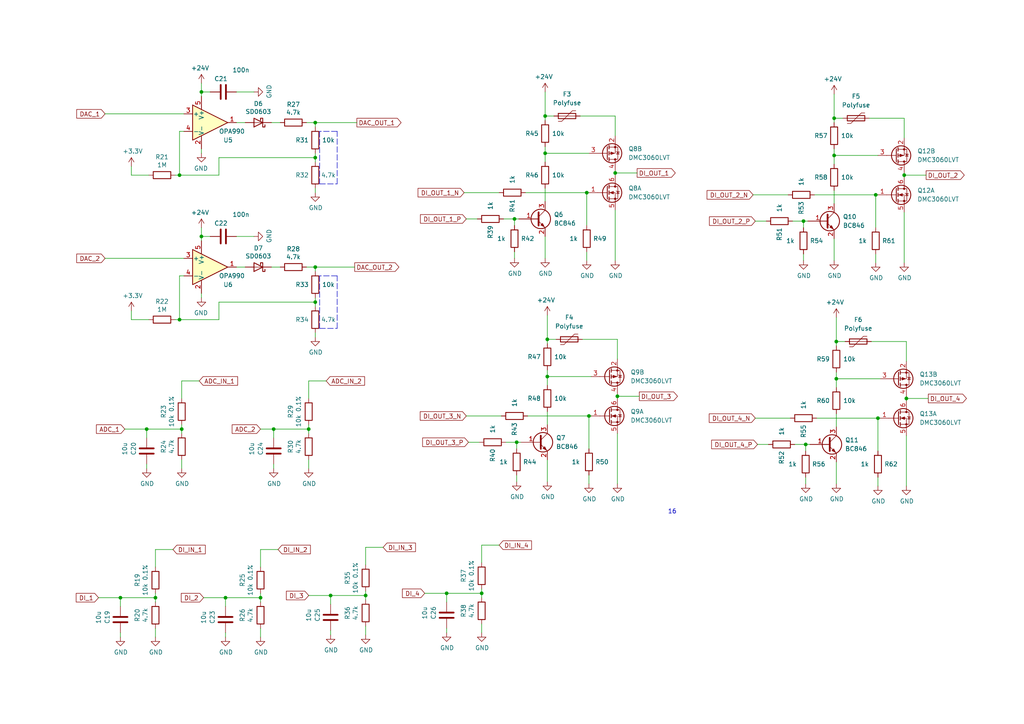
<source format=kicad_sch>
(kicad_sch (version 20211123) (generator eeschema)
  (paper "A4")
  (lib_symbols
    (symbol "Amplifier_Operational:OPA330xxDBV" (pin_names (offset 0.127))
      (property "Reference" "U" (at -1.27 6.35 0))
      (property "Value" "OPA330xxDBV" (at -1.27 3.81 0))
      (symbol "OPA330xxDBV_0_1"
        (pin power_in line (at -2.54 -7.62 90) (length 3.81) (name "V-") (number "2"))
        (pin power_in line (at -2.54 7.62 270) (length 3.81) (name "V+") (number "5"))
      )
      (symbol "OPA330xxDBV_1_1"
        (pin output line (at 7.62 0 180) (length 2.54) (name "~") (number "1"))
        (pin input line (at -7.62 2.54 0) (length 2.54) (name "+") (number "3"))
        (pin input line (at -7.62 -2.54 0) (length 2.54) (name "-") (number "4"))
      )
    )
    (symbol "Device:C" (pin_numbers hide) (pin_names (offset 0.254))
      (property "Reference" "C" (at 0.635 2.54 0))
      (property "Value" "C" (at 0.635 -2.54 0))
      (symbol "C_1_1"
        (pin passive line (at 0 3.81 270) (length 2.794) (name "~") (number "1"))
        (pin passive line (at 0 -3.81 90) (length 2.794) (name "~") (number "2"))
      )
    )
    (symbol "Device:D_Schottky" (pin_numbers hide) (pin_names (offset 1.016) hide)
      (property "Reference" "D" (at 0 2.54 0))
      (property "Value" "D_Schottky" (at 0 -2.54 0))
      (symbol "D_Schottky_1_1"
        (pin passive line (at -3.81 0 0) (length 2.54) (name "K") (number "1"))
        (pin passive line (at 3.81 0 180) (length 2.54) (name "A") (number "2"))
      )
    )
    (symbol "Device:Polyfuse" (pin_numbers hide) (pin_names (offset 0))
      (property "Reference" "F" (at -2.54 0 90))
      (property "Value" "Polyfuse" (at 2.54 0 90))
      (symbol "Polyfuse_1_1"
        (pin passive line (at 0 3.81 270) (length 1.27) (name "~") (number "1"))
        (pin passive line (at 0 -3.81 90) (length 1.27) (name "~") (number "2"))
      )
    )
    (symbol "Device:R" (pin_numbers hide) (pin_names (offset 0))
      (property "Reference" "R" (at 2.032 0 90))
      (property "Value" "R" (at 0 0 90))
      (symbol "R_1_1"
        (pin passive line (at 0 3.81 270) (length 1.27) (name "~") (number "1"))
        (pin passive line (at 0 -3.81 90) (length 1.27) (name "~") (number "2"))
      )
    )
    (symbol "Transistor_BJT:BC846" (pin_names (offset 0) hide)
      (property "Reference" "Q" (at 5.08 1.905 0))
      (property "Value" "BC846" (at 5.08 0 0))
      (symbol "BC846_1_1"
        (pin input line (at -5.08 0 0) (length 5.715) (name "B") (number "1"))
        (pin passive line (at 2.54 -5.08 90) (length 2.54) (name "E") (number "2"))
        (pin passive line (at 2.54 5.08 270) (length 2.54) (name "C") (number "3"))
      )
    )
    (symbol "Transistor_FET:DMC3071LVT" (pin_names hide)
      (property "Reference" "Q" (at 3.175 1.27 0))
      (property "Value" "DMC3071LVT" (at 3.175 -1.27 0))
      (symbol "DMC3071LVT_1_1"
        (pin passive line (at -7.62 0 0) (length 2.54) (name "G") (number "1"))
        (pin passive line (at 0 -5.08 90) (length 2.54) (name "S") (number "5"))
        (pin passive line (at 0 5.08 270) (length 2.54) (name "D") (number "6"))
      )
      (symbol "DMC3071LVT_2_1"
        (pin passive line (at 0 -5.08 90) (length 2.54) (name "S") (number "2"))
        (pin passive line (at -7.62 0 0) (length 2.54) (name "G") (number "3"))
        (pin passive line (at 0 5.08 270) (length 2.54) (name "D") (number "4"))
      )
    )
    (symbol "power:+24V" (power) (pin_names (offset 0))
      (property "Value" "+24V" (at 0 3.556 0))
      (symbol "+24V_1_1"
        (pin power_in line (at 0 0 90) (length 0) hide (name "+24V") (number "1"))
      )
    )
    (symbol "power:+3.3V" (power) (pin_names (offset 0))
      (property "Value" "+3.3V" (at 0 3.556 0))
      (symbol "+3.3V_1_1"
        (pin power_in line (at 0 0 90) (length 0) hide (name "+3.3V") (number "1"))
      )
    )
    (symbol "power:GND" (power) (pin_names (offset 0))
      (property "Value" "GND" (at 0 -3.81 0))
      (symbol "GND_1_1"
        (pin power_in line (at 0 0 270) (length 0) hide (name "GND") (number "1"))
      )
    )
  )
  (junction (at 170.18 55.88))
  (junction (at 262.255 50.8))
  (junction (at 262.89 115.57))
  (junction (at 95.885 172.72))
  (junction (at 241.935 34.29))
  (junction (at 170.815 120.65))
  (junction (at 233.68 128.905))
  (junction (at 52.07 50.8))
  (junction (at 158.115 44.45))
  (junction (at 45.085 173.355))
  (junction (at 179.07 114.935))
  (junction (at 242.57 99.06))
  (junction (at 34.925 173.355))
  (junction (at 91.44 45.72))
  (junction (at 91.44 77.47))
  (junction (at 91.44 35.56))
  (junction (at 158.115 33.655))
  (junction (at 65.405 173.355))
  (junction (at 52.07 92.71))
  (junction (at 75.565 173.355))
  (junction (at 89.535 124.46))
  (junction (at 139.7 172.085))
  (junction (at 58.42 68.58))
  (junction (at 149.225 63.5))
  (junction (at 158.75 109.22))
  (junction (at 254 56.515))
  (junction (at 242.57 109.855))
  (junction (at 106.045 172.72))
  (junction (at 42.545 124.46))
  (junction (at 233.045 64.135))
  (junction (at 58.42 26.67))
  (junction (at 158.75 98.425))
  (junction (at 178.435 50.165))
  (junction (at 79.375 124.46))
  (junction (at 91.44 87.63))
  (junction (at 149.86 128.27))
  (junction (at 129.54 172.085))
  (junction (at 254.635 121.285))
  (junction (at 241.935 45.085))
  (junction (at 52.705 124.46))
  (wire (pts (xy 106.045 158.75) (xy 111.125 158.75)))
  (wire (pts (xy 254 56.515) (xy 254.635 56.515)))
  (wire (pts (xy 91.44 97.79) (xy 91.44 96.52)))
  (wire (pts (xy 43.18 50.8) (xy 38.1 50.8)))
  (wire (pts (xy 242.57 92.075) (xy 242.57 99.06)))
  (wire (pts (xy 89.535 110.49) (xy 89.535 115.57)))
  (wire (pts (xy 34.925 184.785) (xy 34.925 183.515)))
  (wire (pts (xy 123.19 172.085) (xy 129.54 172.085)))
  (wire (pts (xy 241.935 69.215) (xy 241.935 75.565)))
  (wire (pts (xy 262.255 50.8) (xy 268.605 50.8)))
  (polyline (pts (xy 92.71 95.25) (xy 97.79 95.25)))
  (wire (pts (xy 79.375 127) (xy 79.375 124.46)))
  (wire (pts (xy 68.58 77.47) (xy 71.12 77.47)))
  (wire (pts (xy 179.07 125.73) (xy 179.07 140.335)))
  (wire (pts (xy 60.96 26.67) (xy 58.42 26.67)))
  (wire (pts (xy 158.115 44.45) (xy 158.115 46.99)))
  (wire (pts (xy 178.435 50.165) (xy 178.435 50.8)))
  (wire (pts (xy 89.535 124.46) (xy 79.375 124.46)))
  (wire (pts (xy 262.89 115.57) (xy 269.24 115.57)))
  (wire (pts (xy 241.935 27.305) (xy 241.935 34.29)))
  (wire (pts (xy 158.75 109.22) (xy 158.75 111.76)))
  (wire (pts (xy 178.435 33.655) (xy 178.435 39.37)))
  (wire (pts (xy 241.935 55.245) (xy 241.935 59.055)))
  (wire (pts (xy 158.75 98.425) (xy 158.75 99.695)))
  (wire (pts (xy 149.86 128.27) (xy 151.13 128.27)))
  (polyline (pts (xy 92.71 38.1) (xy 92.71 53.34)))
  (wire (pts (xy 52.07 38.1) (xy 52.07 50.8)))
  (wire (pts (xy 178.435 50.165) (xy 184.785 50.165)))
  (wire (pts (xy 134.62 55.88) (xy 144.78 55.88)))
  (wire (pts (xy 52.705 124.46) (xy 52.705 123.19)))
  (wire (pts (xy 58.42 66.04) (xy 58.42 68.58)))
  (wire (pts (xy 262.89 114.935) (xy 262.89 115.57)))
  (wire (pts (xy 236.22 56.515) (xy 254 56.515)))
  (wire (pts (xy 129.54 183.515) (xy 129.54 182.245)))
  (polyline (pts (xy 97.79 95.25) (xy 97.79 80.01)))
  (wire (pts (xy 52.07 80.01) (xy 52.07 92.71)))
  (wire (pts (xy 146.685 128.27) (xy 149.86 128.27)))
  (wire (pts (xy 242.57 133.985) (xy 242.57 140.335)))
  (wire (pts (xy 60.96 68.58) (xy 58.42 68.58)))
  (wire (pts (xy 242.57 120.015) (xy 242.57 123.825)))
  (wire (pts (xy 158.75 133.35) (xy 158.75 139.7)))
  (wire (pts (xy 52.705 124.46) (xy 42.545 124.46)))
  (wire (pts (xy 242.57 107.95) (xy 242.57 109.855)))
  (wire (pts (xy 36.195 124.46) (xy 42.545 124.46)))
  (wire (pts (xy 91.44 36.83) (xy 91.44 35.56)))
  (wire (pts (xy 53.34 80.01) (xy 52.07 80.01)))
  (wire (pts (xy 170.18 55.88) (xy 170.815 55.88)))
  (wire (pts (xy 254.635 138.43) (xy 254.635 140.97)))
  (wire (pts (xy 179.07 114.935) (xy 179.07 115.57)))
  (wire (pts (xy 106.045 184.15) (xy 106.045 181.61)))
  (wire (pts (xy 139.7 163.195) (xy 139.7 158.115)))
  (wire (pts (xy 158.75 107.315) (xy 158.75 109.22)))
  (polyline (pts (xy 97.79 80.01) (xy 92.71 80.01)))
  (wire (pts (xy 106.045 172.72) (xy 106.045 171.45)))
  (wire (pts (xy 45.085 164.465) (xy 45.085 159.385)))
  (wire (pts (xy 219.075 64.135) (xy 222.25 64.135)))
  (wire (pts (xy 58.42 26.67) (xy 58.42 27.94)))
  (wire (pts (xy 52.07 50.8) (xy 63.5 50.8)))
  (wire (pts (xy 153.035 120.65) (xy 170.815 120.65)))
  (wire (pts (xy 170.815 137.795) (xy 170.815 140.335)))
  (wire (pts (xy 91.44 78.74) (xy 91.44 77.47)))
  (wire (pts (xy 91.44 87.63) (xy 91.44 86.36)))
  (wire (pts (xy 50.8 92.71) (xy 52.07 92.71)))
  (wire (pts (xy 65.405 184.785) (xy 65.405 183.515)))
  (polyline (pts (xy 97.79 53.34) (xy 97.79 38.1)))
  (wire (pts (xy 91.44 45.72) (xy 91.44 44.45)))
  (wire (pts (xy 179.07 114.3) (xy 179.07 114.935)))
  (wire (pts (xy 158.115 68.58) (xy 158.115 74.93)))
  (wire (pts (xy 149.225 63.5) (xy 150.495 63.5)))
  (wire (pts (xy 45.085 173.355) (xy 45.085 172.085)))
  (wire (pts (xy 262.255 50.8) (xy 262.255 51.435)))
  (wire (pts (xy 68.58 35.56) (xy 71.12 35.56)))
  (wire (pts (xy 38.1 50.8) (xy 38.1 48.26)))
  (wire (pts (xy 178.435 49.53) (xy 178.435 50.165)))
  (wire (pts (xy 139.7 172.085) (xy 139.7 170.815)))
  (wire (pts (xy 135.89 128.27) (xy 139.065 128.27)))
  (wire (pts (xy 170.18 55.88) (xy 170.18 65.405)))
  (wire (pts (xy 236.855 121.285) (xy 254.635 121.285)))
  (wire (pts (xy 91.44 77.47) (xy 102.87 77.47)))
  (wire (pts (xy 52.705 125.73) (xy 52.705 124.46)))
  (wire (pts (xy 75.565 173.355) (xy 75.565 172.085)))
  (wire (pts (xy 170.815 120.65) (xy 170.815 130.175)))
  (wire (pts (xy 178.435 60.96) (xy 178.435 75.565)))
  (wire (pts (xy 218.44 56.515) (xy 228.6 56.515)))
  (wire (pts (xy 106.045 163.83) (xy 106.045 158.75)))
  (wire (pts (xy 139.7 172.085) (xy 129.54 172.085)))
  (wire (pts (xy 179.07 98.425) (xy 179.07 104.14)))
  (wire (pts (xy 43.18 92.71) (xy 38.1 92.71)))
  (polyline (pts (xy 92.71 80.01) (xy 92.71 95.25)))
  (wire (pts (xy 75.565 174.625) (xy 75.565 173.355)))
  (wire (pts (xy 262.89 126.365) (xy 262.89 140.97)))
  (wire (pts (xy 170.18 73.025) (xy 170.18 75.565)))
  (wire (pts (xy 52.705 110.49) (xy 57.785 110.49)))
  (wire (pts (xy 73.66 26.67) (xy 68.58 26.67)))
  (wire (pts (xy 65.405 175.895) (xy 65.405 173.355)))
  (wire (pts (xy 244.475 34.29) (xy 241.935 34.29)))
  (wire (pts (xy 89.535 135.89) (xy 89.535 133.35)))
  (wire (pts (xy 38.1 92.71) (xy 38.1 90.17)))
  (wire (pts (xy 75.565 173.355) (xy 65.405 173.355)))
  (wire (pts (xy 219.075 121.285) (xy 229.235 121.285)))
  (wire (pts (xy 241.935 45.085) (xy 254.635 45.085)))
  (wire (pts (xy 262.255 61.595) (xy 262.255 76.2)))
  (wire (pts (xy 254 56.515) (xy 254 66.04)))
  (wire (pts (xy 91.44 35.56) (xy 103.505 35.56)))
  (wire (pts (xy 53.34 38.1) (xy 52.07 38.1)))
  (wire (pts (xy 245.11 99.06) (xy 242.57 99.06)))
  (wire (pts (xy 254.635 121.285) (xy 254.635 130.81)))
  (wire (pts (xy 78.74 35.56) (xy 81.28 35.56)))
  (wire (pts (xy 262.89 115.57) (xy 262.89 116.205)))
  (wire (pts (xy 95.885 175.26) (xy 95.885 172.72)))
  (wire (pts (xy 241.935 43.18) (xy 241.935 45.085)))
  (wire (pts (xy 58.42 68.58) (xy 58.42 69.85)))
  (wire (pts (xy 45.085 174.625) (xy 45.085 173.355)))
  (wire (pts (xy 254.635 121.285) (xy 255.27 121.285)))
  (wire (pts (xy 106.045 173.99) (xy 106.045 172.72)))
  (wire (pts (xy 75.565 124.46) (xy 79.375 124.46)))
  (wire (pts (xy 158.115 26.67) (xy 158.115 33.655)))
  (wire (pts (xy 89.535 125.73) (xy 89.535 124.46)))
  (wire (pts (xy 241.935 34.29) (xy 241.935 35.56)))
  (wire (pts (xy 28.575 173.355) (xy 34.925 173.355)))
  (wire (pts (xy 135.255 63.5) (xy 138.43 63.5)))
  (wire (pts (xy 94.615 110.49) (xy 89.535 110.49)))
  (wire (pts (xy 91.44 88.9) (xy 91.44 87.63)))
  (wire (pts (xy 262.89 99.06) (xy 262.89 104.775)))
  (wire (pts (xy 158.115 42.545) (xy 158.115 44.45)))
  (wire (pts (xy 34.925 175.895) (xy 34.925 173.355)))
  (wire (pts (xy 233.68 138.43) (xy 233.68 140.335)))
  (wire (pts (xy 233.045 64.135) (xy 233.045 66.04)))
  (wire (pts (xy 59.055 173.355) (xy 65.405 173.355)))
  (wire (pts (xy 149.225 73.025) (xy 149.225 74.93)))
  (wire (pts (xy 42.545 127) (xy 42.545 124.46)))
  (wire (pts (xy 168.91 98.425) (xy 179.07 98.425)))
  (wire (pts (xy 88.9 77.47) (xy 91.44 77.47)))
  (wire (pts (xy 254 73.66) (xy 254 76.2)))
  (wire (pts (xy 91.44 55.88) (xy 91.44 54.61)))
  (wire (pts (xy 230.505 128.905) (xy 233.68 128.905)))
  (wire (pts (xy 158.75 91.44) (xy 158.75 98.425)))
  (wire (pts (xy 75.565 184.785) (xy 75.565 182.245)))
  (wire (pts (xy 161.29 98.425) (xy 158.75 98.425)))
  (wire (pts (xy 75.565 159.385) (xy 80.645 159.385)))
  (wire (pts (xy 242.57 109.855) (xy 255.27 109.855)))
  (wire (pts (xy 262.255 34.29) (xy 262.255 40.005)))
  (wire (pts (xy 152.4 55.88) (xy 170.18 55.88)))
  (wire (pts (xy 53.34 74.93) (xy 30.48 74.93)))
  (wire (pts (xy 52.705 135.89) (xy 52.705 133.35)))
  (wire (pts (xy 149.86 128.27) (xy 149.86 130.175)))
  (wire (pts (xy 242.57 109.855) (xy 242.57 112.395)))
  (wire (pts (xy 219.71 128.905) (xy 222.885 128.905)))
  (wire (pts (xy 179.07 114.935) (xy 185.42 114.935)))
  (wire (pts (xy 233.045 64.135) (xy 234.315 64.135)))
  (wire (pts (xy 53.34 33.02) (xy 30.48 33.02)))
  (wire (pts (xy 135.255 120.65) (xy 145.415 120.65)))
  (wire (pts (xy 75.565 164.465) (xy 75.565 159.385)))
  (wire (pts (xy 139.7 183.515) (xy 139.7 180.975)))
  (wire (pts (xy 106.045 172.72) (xy 95.885 172.72)))
  (wire (pts (xy 233.68 128.905) (xy 233.68 130.81)))
  (wire (pts (xy 63.5 50.8) (xy 63.5 45.72)))
  (wire (pts (xy 42.545 135.89) (xy 42.545 134.62)))
  (wire (pts (xy 58.42 86.36) (xy 58.42 85.09)))
  (wire (pts (xy 88.9 35.56) (xy 91.44 35.56)))
  (wire (pts (xy 233.68 128.905) (xy 234.95 128.905)))
  (wire (pts (xy 252.095 34.29) (xy 262.255 34.29)))
  (wire (pts (xy 95.885 184.15) (xy 95.885 182.88)))
  (wire (pts (xy 89.535 172.72) (xy 95.885 172.72)))
  (wire (pts (xy 45.085 173.355) (xy 34.925 173.355)))
  (wire (pts (xy 73.66 68.58) (xy 68.58 68.58)))
  (wire (pts (xy 58.42 24.13) (xy 58.42 26.67)))
  (wire (pts (xy 158.115 54.61) (xy 158.115 58.42)))
  (wire (pts (xy 168.275 33.655) (xy 178.435 33.655)))
  (wire (pts (xy 262.255 50.165) (xy 262.255 50.8)))
  (wire (pts (xy 149.86 137.795) (xy 149.86 139.7)))
  (wire (pts (xy 241.935 45.085) (xy 241.935 47.625)))
  (wire (pts (xy 52.07 92.71) (xy 63.5 92.71)))
  (wire (pts (xy 79.375 135.89) (xy 79.375 134.62)))
  (wire (pts (xy 52.705 115.57) (xy 52.705 110.49)))
  (wire (pts (xy 139.7 158.115) (xy 144.78 158.115)))
  (polyline (pts (xy 92.71 53.34) (xy 97.79 53.34)))
  (wire (pts (xy 252.73 99.06) (xy 262.89 99.06)))
  (polyline (pts (xy 97.79 38.1) (xy 92.71 38.1)))
  (wire (pts (xy 229.87 64.135) (xy 233.045 64.135)))
  (wire (pts (xy 89.535 124.46) (xy 89.535 123.19)))
  (wire (pts (xy 58.42 44.45) (xy 58.42 43.18)))
  (wire (pts (xy 233.045 73.66) (xy 233.045 75.565)))
  (wire (pts (xy 158.75 109.22) (xy 171.45 109.22)))
  (wire (pts (xy 160.655 33.655) (xy 158.115 33.655)))
  (wire (pts (xy 139.7 173.355) (xy 139.7 172.085)))
  (wire (pts (xy 146.05 63.5) (xy 149.225 63.5)))
  (wire (pts (xy 158.115 44.45) (xy 170.815 44.45)))
  (wire (pts (xy 45.085 159.385) (xy 50.165 159.385)))
  (wire (pts (xy 45.085 184.785) (xy 45.085 182.245)))
  (wire (pts (xy 63.5 45.72) (xy 91.44 45.72)))
  (wire (pts (xy 78.74 77.47) (xy 81.28 77.47)))
  (wire (pts (xy 149.225 63.5) (xy 149.225 65.405)))
  (wire (pts (xy 170.815 120.65) (xy 171.45 120.65)))
  (wire (pts (xy 91.44 46.99) (xy 91.44 45.72)))
  (wire (pts (xy 158.75 119.38) (xy 158.75 123.19)))
  (wire (pts (xy 50.8 50.8) (xy 52.07 50.8)))
  (wire (pts (xy 129.54 174.625) (xy 129.54 172.085)))
  (wire (pts (xy 242.57 99.06) (xy 242.57 100.33)))
  (wire (pts (xy 63.5 87.63) (xy 91.44 87.63)))
  (wire (pts (xy 63.5 92.71) (xy 63.5 87.63)))
  (wire (pts (xy 158.115 33.655) (xy 158.115 34.925)))
  (text "16\n" (at 193.675 149.225 0) (effects (font (size 1.27 1.27)) (justify left bottom)))
  (global_label "DI_OUT_2" (shape output) (at 268.605 50.8 0) (property "Intersheet References" "${INTERSHEET_REFS}" (effects hide)))
  (global_label "ADC_IN_1" (shape input) (at 57.785 110.49 0) (property "Intersheet References" "${INTERSHEET_REFS}" (effects hide)))
  (global_label "DI_OUT_3_P" (shape input) (at 135.89 128.27 180) (property "Intersheet References" "${INTERSHEET_REFS}" (effects hide)))
  (global_label "ADC_1" (shape input) (at 36.195 124.46 180) (property "Intersheet References" "${INTERSHEET_REFS}" (effects hide)))
  (global_label "DI_2" (shape input) (at 59.055 173.355 180) (property "Intersheet References" "${INTERSHEET_REFS}" (effects hide)))
  (global_label "ADC_2" (shape input) (at 75.565 124.46 180) (property "Intersheet References" "${INTERSHEET_REFS}" (effects hide)))
  (global_label "DAC_1" (shape input) (at 30.48 33.02 180) (property "Intersheet References" "${INTERSHEET_REFS}" (effects hide)))
  (global_label "DI_OUT_1_N" (shape input) (at 134.62 55.88 180) (property "Intersheet References" "${INTERSHEET_REFS}" (effects hide)))
  (global_label "DI_IN_4" (shape input) (at 144.78 158.115 0) (property "Intersheet References" "${INTERSHEET_REFS}" (effects hide)))
  (global_label "DAC_OUT_1" (shape output) (at 103.505 35.56 0) (property "Intersheet References" "${INTERSHEET_REFS}" (effects hide)))
  (global_label "DI_OUT_2_N" (shape input) (at 218.44 56.515 180) (property "Intersheet References" "${INTERSHEET_REFS}" (effects hide)))
  (global_label "DI_3" (shape input) (at 89.535 172.72 180) (property "Intersheet References" "${INTERSHEET_REFS}" (effects hide)))
  (global_label "DI_OUT_3_N" (shape input) (at 135.255 120.65 180) (property "Intersheet References" "${INTERSHEET_REFS}" (effects hide)))
  (global_label "ADC_IN_2" (shape input) (at 94.615 110.49 0) (property "Intersheet References" "${INTERSHEET_REFS}" (effects hide)))
  (global_label "DI_1" (shape input) (at 28.575 173.355 180) (property "Intersheet References" "${INTERSHEET_REFS}" (effects hide)))
  (global_label "DI_OUT_3" (shape output) (at 185.42 114.935 0) (property "Intersheet References" "${INTERSHEET_REFS}" (effects hide)))
  (global_label "DI_IN_2" (shape input) (at 80.645 159.385 0) (property "Intersheet References" "${INTERSHEET_REFS}" (effects hide)))
  (global_label "DI_OUT_1" (shape output) (at 184.785 50.165 0) (property "Intersheet References" "${INTERSHEET_REFS}" (effects hide)))
  (global_label "DI_4" (shape input) (at 123.19 172.085 180) (property "Intersheet References" "${INTERSHEET_REFS}" (effects hide)))
  (global_label "DI_OUT_2_P" (shape input) (at 219.075 64.135 180) (property "Intersheet References" "${INTERSHEET_REFS}" (effects hide)))
  (global_label "DAC_OUT_2" (shape output) (at 102.87 77.47 0) (property "Intersheet References" "${INTERSHEET_REFS}" (effects hide)))
  (global_label "DAC_2" (shape input) (at 30.48 74.93 180) (property "Intersheet References" "${INTERSHEET_REFS}" (effects hide)))
  (global_label "DI_IN_3" (shape input) (at 111.125 158.75 0) (property "Intersheet References" "${INTERSHEET_REFS}" (effects hide)))
  (global_label "DI_OUT_4_P" (shape input) (at 219.71 128.905 180) (property "Intersheet References" "${INTERSHEET_REFS}" (effects hide)))
  (global_label "DI_OUT_4_N" (shape input) (at 219.075 121.285 180) (property "Intersheet References" "${INTERSHEET_REFS}" (effects hide)))
  (global_label "DI_OUT_4" (shape output) (at 269.24 115.57 0) (property "Intersheet References" "${INTERSHEET_REFS}" (effects hide)))
  (global_label "DI_IN_1" (shape input) (at 50.165 159.385 0) (property "Intersheet References" "${INTERSHEET_REFS}" (effects hide)))
  (global_label "DI_OUT_1_P" (shape input) (at 135.255 63.5 180) (property "Intersheet References" "${INTERSHEET_REFS}" (effects hide)))
  (symbol (lib_id "Transistor_FET:DMC3071LVT") (at 179.07 120.65 0) (unit 1)
    (property "Reference" "Q9" (at 182.88 119.3799 0) (effects (justify left)))
    (property "Value" "DMC3060LVT" (at 182.88 121.9199 0) (effects (justify left)))
    (property "Footprint" "Package_TO_SOT_SMD:TSOT-23-6" (effects hide))
    (property "Datasheet" "https://www.diodes.com/assets/Datasheets/DMC3071LVT.pdf" (effects hide))
  )
  (symbol (lib_id "Device:C") (at 34.925 179.705 0) (unit 1)
    (property "Reference" "C19" (at 31.115 180.975 90) (effects (justify left)))
    (property "Value" "10u" (at 28.575 180.975 90) (effects (justify left)))
    (property "Footprint" "Capacitor_SMD:C_0603_1608Metric" (effects hide))
    (property "Datasheet" "https://www.mouser.ch/datasheet/2/585/MLCC-1837944.pdf" (effects hide))
    (property "Hersteller Nr." "CL10X106MO8NRNC" (effects hide))
    (property "Mouser Nr." "187-CL10X106MO8NRNC" (effects hide))
  )
  (symbol (lib_id "Transistor_FET:DMC3071LVT") (at 262.89 121.285 0) (unit 1)
    (property "Reference" "Q13" (at 266.7 120.0149 0) (effects (justify left)))
    (property "Value" "DMC3060LVT" (at 266.7 122.5549 0) (effects (justify left)))
    (property "Footprint" "Package_TO_SOT_SMD:TSOT-23-6" (effects hide))
    (property "Datasheet" "https://www.diodes.com/assets/Datasheets/DMC3071LVT.pdf" (effects hide))
  )
  (symbol (lib_id "power:GND") (at 170.815 140.335 0) (unit 1)
    (property "Reference" "#PWR0172" (effects hide))
    (property "Value" "GND" (at 170.942 144.7292 0))
  )
  (symbol (lib_id "Device:C") (at 42.545 130.81 0) (unit 1)
    (property "Reference" "C20" (at 38.735 132.08 90) (effects (justify left)))
    (property "Value" "10u" (at 36.195 132.08 90) (effects (justify left)))
    (property "Footprint" "Capacitor_SMD:C_0603_1608Metric" (effects hide))
    (property "Datasheet" "https://www.mouser.ch/datasheet/2/585/MLCC-1837944.pdf" (effects hide))
    (property "Hersteller Nr." "CL10X106MO8NRNC" (effects hide))
    (property "Mouser Nr." "187-CL10X106MO8NRNC" (effects hide))
  )
  (symbol (lib_id "Transistor_FET:DMC3071LVT") (at 179.07 109.22 0) (mirror x) (unit 2)
    (property "Reference" "Q9" (at 182.88 107.9499 0) (effects (justify left)))
    (property "Value" "DMC3060LVT" (at 182.88 110.4899 0) (effects (justify left)))
    (property "Footprint" "Package_TO_SOT_SMD:TSOT-23-6" (effects hide))
    (property "Datasheet" "https://www.diodes.com/assets/Datasheets/DMC3071LVT.pdf" (effects hide))
  )
  (symbol (lib_id "Device:R") (at 158.115 38.735 0) (unit 1)
    (property "Reference" "R45" (at 154.305 38.735 0))
    (property "Value" "10k" (at 161.925 38.735 0))
    (property "Footprint" "Resistor_SMD:R_0603_1608Metric" (effects hide))
    (property "Datasheet" "https://www.mouser.ch/datasheet/2/447/PYu_RT_1_to_0_01_RoHS_L_11-1669912.pdf" (effects hide))
    (property "Hersteller Nr." "RT0603FRE0710KL" (effects hide))
    (property "Mouser Nr." "603-RT0603FRE0710KL" (effects hide))
  )
  (symbol (lib_id "power:GND") (at 179.07 140.335 0) (unit 1)
    (property "Reference" "#PWR0173" (effects hide))
    (property "Value" "GND" (at 179.197 144.7292 0))
  )
  (symbol (lib_id "power:GND") (at 262.255 76.2 0) (unit 1)
    (property "Reference" "#PWR0185" (effects hide))
    (property "Value" "GND" (at 262.382 80.5942 0))
  )
  (symbol (lib_id "power:GND") (at 73.66 26.67 90) (unit 1)
    (property "Reference" "#PWR0163" (effects hide))
    (property "Value" "GND" (at 78.0542 26.543 0))
  )
  (symbol (lib_id "Transistor_BJT:BC846") (at 155.575 63.5 0) (unit 1)
    (property "Reference" "Q6" (at 160.655 62.2299 0) (effects (justify left)))
    (property "Value" "BC846" (at 160.655 64.7699 0) (effects (justify left)))
    (property "Footprint" "Package_TO_SOT_SMD:SOT-23" (effects hide))
    (property "Datasheet" "https://assets.nexperia.com/documents/data-sheet/BC846_SER.pdf" (effects hide))
  )
  (symbol (lib_id "power:+24V") (at 158.115 26.67 0) (mirror y) (unit 1)
    (property "Reference" "#PWR0165" (effects hide))
    (property "Value" "+24V" (at 157.734 22.2758 0))
  )
  (symbol (lib_id "Device:R") (at 226.06 64.135 90) (unit 1)
    (property "Reference" "R51" (at 226.06 67.945 0))
    (property "Value" "1k" (at 226.06 60.325 0))
    (property "Footprint" "Resistor_SMD:R_0603_1608Metric" (effects hide))
  )
  (symbol (lib_id "Device:R") (at 45.085 178.435 0) (unit 1)
    (property "Reference" "R20" (at 39.8272 178.435 90))
    (property "Value" "4.7k" (at 42.1386 178.435 90))
    (property "Footprint" "Resistor_SMD:R_0603_1608Metric" (effects hide))
    (property "Datasheet" "https://www.mouser.ch/datasheet/2/392/susumu_RR_Data_Sheet-1206438.pdf" (effects hide))
    (property "Hersteller Nr." "RR0816P-472D" (effects hide))
    (property "Mouser Nr." "754-RR0816P-472D" (effects hide))
  )
  (symbol (lib_id "Device:R") (at 242.57 116.205 0) (unit 1)
    (property "Reference" "R60" (at 238.76 116.205 0))
    (property "Value" "10k" (at 246.38 116.205 0))
    (property "Footprint" "Resistor_SMD:R_0603_1608Metric" (effects hide))
    (property "Datasheet" "https://www.mouser.ch/datasheet/2/447/PYu_RT_1_to_0_01_RoHS_L_11-1669912.pdf" (effects hide))
    (property "Hersteller Nr." "RT0603FRE0710KL" (effects hide))
    (property "Mouser Nr." "603-RT0603FRE0710KL" (effects hide))
  )
  (symbol (lib_id "Device:Polyfuse") (at 248.285 34.29 270) (unit 1)
    (property "Reference" "F5" (at 248.285 27.94 90))
    (property "Value" "Polyfuse" (at 248.285 30.48 90))
    (property "Footprint" "Fuse:Fuse_0603_1608Metric" (effects hide))
  )
  (symbol (lib_id "power:GND") (at 75.565 184.785 0) (unit 1)
    (property "Reference" "#PWR0157" (effects hide))
    (property "Value" "GND" (at 75.692 189.1792 0))
  )
  (symbol (lib_id "Transistor_BJT:BC846") (at 239.395 64.135 0) (unit 1)
    (property "Reference" "Q10" (at 244.475 62.8649 0) (effects (justify left)))
    (property "Value" "BC846" (at 244.475 65.4049 0) (effects (justify left)))
    (property "Footprint" "Package_TO_SOT_SMD:SOT-23" (effects hide))
    (property "Datasheet" "https://assets.nexperia.com/documents/data-sheet/BC846_SER.pdf" (effects hide))
  )
  (symbol (lib_id "Device:R") (at 91.44 40.64 0) (unit 1)
    (property "Reference" "R31" (at 87.63 40.64 0))
    (property "Value" "10k" (at 95.25 40.64 0))
    (property "Footprint" "Resistor_SMD:R_0603_1608Metric" (effects hide))
    (property "Datasheet" "https://www.mouser.ch/datasheet/2/447/PYu_RT_1_to_0_01_RoHS_L_11-1669912.pdf" (effects hide))
    (property "Hersteller Nr." "RT0603FRE0710KL" (effects hide))
    (property "Mouser Nr." "603-RT0603FRE0710KL" (effects hide))
  )
  (symbol (lib_id "power:GND") (at 170.18 75.565 0) (unit 1)
    (property "Reference" "#PWR0167" (effects hide))
    (property "Value" "GND" (at 170.307 79.9592 0))
  )
  (symbol (lib_id "Device:R") (at 52.705 119.38 0) (unit 1)
    (property "Reference" "R23" (at 47.4472 119.38 90))
    (property "Value" "10k 0.1%" (at 49.7586 119.38 90))
    (property "Footprint" "Resistor_SMD:R_0603_1608Metric" (effects hide))
    (property "Datasheet" "https://www.mouser.ch/datasheet/2/303/APC-1-15.34-911303.pdf" (effects hide))
    (property "Hersteller Nr." "APC0603B10K0N" (effects hide))
    (property "Mouser Nr." "284-APC0603B10K0N " (effects hide))
  )
  (symbol (lib_id "Device:R") (at 170.18 69.215 180) (unit 1)
    (property "Reference" "R49" (at 173.99 69.215 0))
    (property "Value" "1k" (at 166.37 69.215 0))
    (property "Footprint" "Resistor_SMD:R_0603_1608Metric" (effects hide))
  )
  (symbol (lib_id "power:GND") (at 79.375 135.89 0) (unit 1)
    (property "Reference" "#PWR0152" (effects hide))
    (property "Value" "GND" (at 79.502 140.2842 0))
  )
  (symbol (lib_id "power:GND") (at 178.435 75.565 0) (unit 1)
    (property "Reference" "#PWR0166" (effects hide))
    (property "Value" "GND" (at 178.562 79.9592 0))
  )
  (symbol (lib_id "Device:R") (at 242.57 104.14 0) (unit 1)
    (property "Reference" "R59" (at 238.76 104.14 0))
    (property "Value" "10k" (at 246.38 104.14 0))
    (property "Footprint" "Resistor_SMD:R_0603_1608Metric" (effects hide))
    (property "Datasheet" "https://www.mouser.ch/datasheet/2/447/PYu_RT_1_to_0_01_RoHS_L_11-1669912.pdf" (effects hide))
    (property "Hersteller Nr." "RT0603FRE0710KL" (effects hide))
    (property "Mouser Nr." "603-RT0603FRE0710KL" (effects hide))
  )
  (symbol (lib_id "Device:R") (at 85.09 35.56 270) (unit 1)
    (property "Reference" "R27" (at 85.09 30.3022 90))
    (property "Value" "4.7k" (at 85.09 32.6136 90))
    (property "Footprint" "Resistor_SMD:R_0603_1608Metric" (effects hide))
    (property "Datasheet" "https://www.mouser.ch/datasheet/2/392/susumu_RR_Data_Sheet-1206438.pdf" (effects hide))
    (property "Hersteller Nr." "RR0816P-472D" (effects hide))
    (property "Mouser Nr." "754-RR0816P-472D" (effects hide))
  )
  (symbol (lib_id "Device:R") (at 139.7 167.005 0) (unit 1)
    (property "Reference" "R37" (at 134.4422 167.005 90))
    (property "Value" "10k 0.1%" (at 136.7536 167.005 90))
    (property "Footprint" "Resistor_SMD:R_0603_1608Metric" (effects hide))
    (property "Datasheet" "https://www.mouser.ch/datasheet/2/303/APC-1-15.34-911303.pdf" (effects hide))
    (property "Hersteller Nr." "APC0603B10K0N" (effects hide))
    (property "Mouser Nr." "284-APC0603B10K0N " (effects hide))
  )
  (symbol (lib_id "Device:R") (at 75.565 168.275 0) (unit 1)
    (property "Reference" "R25" (at 70.3072 168.275 90))
    (property "Value" "10k 0.1%" (at 72.6186 168.275 90))
    (property "Footprint" "Resistor_SMD:R_0603_1608Metric" (effects hide))
    (property "Datasheet" "https://www.mouser.ch/datasheet/2/303/APC-1-15.34-911303.pdf" (effects hide))
    (property "Hersteller Nr." "APC0603B10K0N" (effects hide))
    (property "Mouser Nr." "284-APC0603B10K0N " (effects hide))
  )
  (symbol (lib_id "power:GND") (at 262.89 140.97 0) (unit 1)
    (property "Reference" "#PWR0187" (effects hide))
    (property "Value" "GND" (at 263.017 145.3642 0))
  )
  (symbol (lib_id "Device:R") (at 149.86 133.985 180) (unit 1)
    (property "Reference" "R44" (at 153.67 133.985 0))
    (property "Value" "1k" (at 146.05 133.985 0))
    (property "Footprint" "Resistor_SMD:R_0603_1608Metric" (effects hide))
  )
  (symbol (lib_id "power:+24V") (at 241.935 27.305 0) (mirror y) (unit 1)
    (property "Reference" "#PWR0171" (effects hide))
    (property "Value" "+24V" (at 241.554 22.9108 0))
  )
  (symbol (lib_id "Device:R") (at 148.59 55.88 90) (unit 1)
    (property "Reference" "R41" (at 148.59 59.69 0))
    (property "Value" "1k" (at 148.59 52.07 0))
    (property "Footprint" "Resistor_SMD:R_0603_1608Metric" (effects hide))
  )
  (symbol (lib_id "power:GND") (at 158.115 74.93 0) (unit 1)
    (property "Reference" "#PWR0168" (effects hide))
    (property "Value" "GND" (at 158.242 79.3242 0))
  )
  (symbol (lib_id "power:GND") (at 254.635 140.97 0) (unit 1)
    (property "Reference" "#PWR0188" (effects hide))
    (property "Value" "GND" (at 254.762 145.3642 0))
  )
  (symbol (lib_id "power:GND") (at 34.925 184.785 0) (unit 1)
    (property "Reference" "#PWR0156" (effects hide))
    (property "Value" "GND" (at 35.052 189.1792 0))
  )
  (symbol (lib_id "power:GND") (at 95.885 184.15 0) (unit 1)
    (property "Reference" "#PWR0154" (effects hide))
    (property "Value" "GND" (at 96.012 188.5442 0))
  )
  (symbol (lib_id "Device:R") (at 91.44 92.71 0) (unit 1)
    (property "Reference" "R34" (at 87.63 92.71 0))
    (property "Value" "4.7k" (at 95.25 92.71 0))
    (property "Footprint" "Resistor_SMD:R_0603_1608Metric" (effects hide))
    (property "Datasheet" "https://www.mouser.ch/datasheet/2/392/susumu_RR_Data_Sheet-1206438.pdf" (effects hide))
    (property "Hersteller Nr." "RR0816P-472D" (effects hide))
    (property "Mouser Nr." "754-RR0816P-472D" (effects hide))
  )
  (symbol (lib_id "Device:R") (at 149.225 120.65 90) (unit 1)
    (property "Reference" "R43" (at 149.225 124.46 0))
    (property "Value" "1k" (at 149.225 116.84 0))
    (property "Footprint" "Resistor_SMD:R_0603_1608Metric" (effects hide))
  )
  (symbol (lib_id "power:GND") (at 91.44 97.79 0) (unit 1)
    (property "Reference" "#PWR0180" (effects hide))
    (property "Value" "GND" (at 91.567 102.1842 0))
  )
  (symbol (lib_id "power:+24V") (at 58.42 24.13 0) (mirror y) (unit 1)
    (property "Reference" "#PWR0162" (effects hide))
    (property "Value" "+24V" (at 58.039 19.7358 0))
  )
  (symbol (lib_id "Device:R") (at 233.68 134.62 180) (unit 1)
    (property "Reference" "R56" (at 237.49 134.62 0))
    (property "Value" "1k" (at 229.87 134.62 0))
    (property "Footprint" "Resistor_SMD:R_0603_1608Metric" (effects hide))
  )
  (symbol (lib_id "Device:R") (at 226.695 128.905 90) (unit 1)
    (property "Reference" "R52" (at 226.695 132.715 0))
    (property "Value" "1k" (at 226.695 125.095 0))
    (property "Footprint" "Resistor_SMD:R_0603_1608Metric" (effects hide))
  )
  (symbol (lib_id "Device:R") (at 254.635 134.62 180) (unit 1)
    (property "Reference" "R62" (at 258.445 134.62 0))
    (property "Value" "1k" (at 250.825 134.62 0))
    (property "Footprint" "Resistor_SMD:R_0603_1608Metric" (effects hide))
  )
  (symbol (lib_id "Device:R") (at 142.875 128.27 90) (unit 1)
    (property "Reference" "R40" (at 142.875 132.08 0))
    (property "Value" "1k" (at 142.875 124.46 0))
    (property "Footprint" "Resistor_SMD:R_0603_1608Metric" (effects hide))
  )
  (symbol (lib_id "Device:C") (at 129.54 178.435 0) (unit 1)
    (property "Reference" "C26" (at 125.73 179.705 90) (effects (justify left)))
    (property "Value" "10u" (at 123.19 179.705 90) (effects (justify left)))
    (property "Footprint" "Capacitor_SMD:C_0603_1608Metric" (effects hide))
    (property "Datasheet" "https://www.mouser.ch/datasheet/2/585/MLCC-1837944.pdf" (effects hide))
    (property "Hersteller Nr." "CL10X106MO8NRNC" (effects hide))
    (property "Mouser Nr." "187-CL10X106MO8NRNC" (effects hide))
  )
  (symbol (lib_id "Transistor_BJT:BC846") (at 156.21 128.27 0) (unit 1)
    (property "Reference" "Q7" (at 161.29 126.9999 0) (effects (justify left)))
    (property "Value" "BC846" (at 161.29 129.5399 0) (effects (justify left)))
    (property "Footprint" "Package_TO_SOT_SMD:SOT-23" (effects hide))
    (property "Datasheet" "https://assets.nexperia.com/documents/data-sheet/BC846_SER.pdf" (effects hide))
  )
  (symbol (lib_id "power:GND") (at 241.935 75.565 0) (unit 1)
    (property "Reference" "#PWR0184" (effects hide))
    (property "Value" "GND" (at 242.062 79.9592 0))
  )
  (symbol (lib_id "Device:C") (at 79.375 130.81 0) (unit 1)
    (property "Reference" "C24" (at 75.565 132.08 90) (effects (justify left)))
    (property "Value" "10u" (at 73.025 132.08 90) (effects (justify left)))
    (property "Footprint" "Capacitor_SMD:C_0603_1608Metric" (effects hide))
    (property "Datasheet" "https://www.mouser.ch/datasheet/2/585/MLCC-1837944.pdf" (effects hide))
    (property "Hersteller Nr." "CL10X106MO8NRNC" (effects hide))
    (property "Mouser Nr." "187-CL10X106MO8NRNC" (effects hide))
  )
  (symbol (lib_id "Device:Polyfuse") (at 164.465 33.655 270) (unit 1)
    (property "Reference" "F3" (at 164.465 27.305 90))
    (property "Value" "Polyfuse" (at 164.465 29.845 90))
    (property "Footprint" "Fuse:Fuse_0603_1608Metric" (effects hide))
  )
  (symbol (lib_id "power:GND") (at 149.225 74.93 0) (unit 1)
    (property "Reference" "#PWR0169" (effects hide))
    (property "Value" "GND" (at 149.352 79.3242 0))
  )
  (symbol (lib_id "power:GND") (at 129.54 183.515 0) (unit 1)
    (property "Reference" "#PWR0178" (effects hide))
    (property "Value" "GND" (at 129.667 187.9092 0))
  )
  (symbol (lib_id "power:GND") (at 52.705 135.89 0) (unit 1)
    (property "Reference" "#PWR0151" (effects hide))
    (property "Value" "GND" (at 52.832 140.2842 0))
  )
  (symbol (lib_id "Device:R") (at 106.045 167.64 0) (unit 1)
    (property "Reference" "R35" (at 100.7872 167.64 90))
    (property "Value" "10k 0.1%" (at 103.0986 167.64 90))
    (property "Footprint" "Resistor_SMD:R_0603_1608Metric" (effects hide))
    (property "Datasheet" "https://www.mouser.ch/datasheet/2/303/APC-1-15.34-911303.pdf" (effects hide))
    (property "Hersteller Nr." "APC0603B10K0N" (effects hide))
    (property "Mouser Nr." "284-APC0603B10K0N " (effects hide))
  )
  (symbol (lib_id "Device:R") (at 142.24 63.5 90) (unit 1)
    (property "Reference" "R39" (at 142.24 67.31 0))
    (property "Value" "1k" (at 142.24 59.69 0))
    (property "Footprint" "Resistor_SMD:R_0603_1608Metric" (effects hide))
  )
  (symbol (lib_id "power:+3.3V") (at 38.1 90.17 0) (unit 1)
    (property "Reference" "#PWR0149" (effects hide))
    (property "Value" "+3.3V" (at 38.481 85.7758 0))
  )
  (symbol (lib_id "power:GND") (at 158.75 139.7 0) (unit 1)
    (property "Reference" "#PWR0174" (effects hide))
    (property "Value" "GND" (at 158.877 144.0942 0))
  )
  (symbol (lib_id "Device:R") (at 91.44 82.55 0) (unit 1)
    (property "Reference" "R33" (at 87.63 82.55 0))
    (property "Value" "10k" (at 95.25 82.55 0))
    (property "Footprint" "Resistor_SMD:R_0603_1608Metric" (effects hide))
    (property "Datasheet" "https://www.mouser.ch/datasheet/2/447/PYu_RT_1_to_0_01_RoHS_L_11-1669912.pdf" (effects hide))
    (property "Hersteller Nr." "RT0603FRE0710KL" (effects hide))
    (property "Mouser Nr." "603-RT0603FRE0710KL" (effects hide))
  )
  (symbol (lib_id "Device:D_Schottky") (at 74.93 35.56 180) (unit 1)
    (property "Reference" "D6" (at 74.93 30.0736 0))
    (property "Value" "SD0603" (at 74.93 32.385 0))
    (property "Footprint" "Diode_SMD:D_0603_1608Metric" (effects hide))
    (property "Datasheet" "https://www.mouser.ch/datasheet/2/40/schottky-776407.pdf" (effects hide))
    (property "Hersteller Nr." "SD0603S040S0R2" (effects hide))
    (property "Mouser Nr." "581-SD0603S040S0R2 " (effects hide))
  )
  (symbol (lib_id "power:+24V") (at 58.42 66.04 0) (mirror y) (unit 1)
    (property "Reference" "#PWR0161" (effects hide))
    (property "Value" "+24V" (at 58.039 61.6458 0))
  )
  (symbol (lib_id "Device:R") (at 89.535 119.38 0) (unit 1)
    (property "Reference" "R29" (at 84.2772 119.38 90))
    (property "Value" "10k 0.1%" (at 86.5886 119.38 90))
    (property "Footprint" "Resistor_SMD:R_0603_1608Metric" (effects hide))
    (property "Datasheet" "https://www.mouser.ch/datasheet/2/303/APC-1-15.34-911303.pdf" (effects hide))
    (property "Hersteller Nr." "APC0603B10K0N" (effects hide))
    (property "Mouser Nr." "284-APC0603B10K0N " (effects hide))
  )
  (symbol (lib_id "power:GND") (at 233.68 140.335 0) (unit 1)
    (property "Reference" "#PWR0189" (effects hide))
    (property "Value" "GND" (at 233.807 144.7292 0))
  )
  (symbol (lib_id "Transistor_FET:DMC3071LVT") (at 262.255 56.515 0) (unit 1)
    (property "Reference" "Q12" (at 266.065 55.2449 0) (effects (justify left)))
    (property "Value" "DMC3060LVT" (at 266.065 57.7849 0) (effects (justify left)))
    (property "Footprint" "Package_TO_SOT_SMD:TSOT-23-6" (effects hide))
    (property "Datasheet" "https://www.diodes.com/assets/Datasheets/DMC3071LVT.pdf" (effects hide))
  )
  (symbol (lib_id "Device:R") (at 158.115 50.8 0) (unit 1)
    (property "Reference" "R46" (at 154.305 50.8 0))
    (property "Value" "10k" (at 161.925 50.8 0))
    (property "Footprint" "Resistor_SMD:R_0603_1608Metric" (effects hide))
    (property "Datasheet" "https://www.mouser.ch/datasheet/2/447/PYu_RT_1_to_0_01_RoHS_L_11-1669912.pdf" (effects hide))
    (property "Hersteller Nr." "RT0603FRE0710KL" (effects hide))
    (property "Mouser Nr." "603-RT0603FRE0710KL" (effects hide))
  )
  (symbol (lib_id "Device:R") (at 85.09 77.47 270) (unit 1)
    (property "Reference" "R28" (at 85.09 72.2122 90))
    (property "Value" "4.7k" (at 85.09 74.5236 90))
    (property "Footprint" "Resistor_SMD:R_0603_1608Metric" (effects hide))
    (property "Datasheet" "https://www.mouser.ch/datasheet/2/392/susumu_RR_Data_Sheet-1206438.pdf" (effects hide))
    (property "Hersteller Nr." "RR0816P-472D" (effects hide))
    (property "Mouser Nr." "754-RR0816P-472D" (effects hide))
  )
  (symbol (lib_id "Device:C") (at 95.885 179.07 0) (unit 1)
    (property "Reference" "C25" (at 92.075 180.34 90) (effects (justify left)))
    (property "Value" "10u" (at 89.535 180.34 90) (effects (justify left)))
    (property "Footprint" "Capacitor_SMD:C_0603_1608Metric" (effects hide))
    (property "Datasheet" "https://www.mouser.ch/datasheet/2/585/MLCC-1837944.pdf" (effects hide))
    (property "Hersteller Nr." "CL10X106MO8NRNC" (effects hide))
    (property "Mouser Nr." "187-CL10X106MO8NRNC" (effects hide))
  )
  (symbol (lib_id "power:GND") (at 149.86 139.7 0) (unit 1)
    (property "Reference" "#PWR0175" (effects hide))
    (property "Value" "GND" (at 149.987 144.0942 0))
  )
  (symbol (lib_id "Device:R") (at 158.75 103.505 0) (unit 1)
    (property "Reference" "R47" (at 154.94 103.505 0))
    (property "Value" "10k" (at 162.56 103.505 0))
    (property "Footprint" "Resistor_SMD:R_0603_1608Metric" (effects hide))
    (property "Datasheet" "https://www.mouser.ch/datasheet/2/447/PYu_RT_1_to_0_01_RoHS_L_11-1669912.pdf" (effects hide))
    (property "Hersteller Nr." "RT0603FRE0710KL" (effects hide))
    (property "Mouser Nr." "603-RT0603FRE0710KL" (effects hide))
  )
  (symbol (lib_id "power:GND") (at 91.44 55.88 0) (unit 1)
    (property "Reference" "#PWR0181" (effects hide))
    (property "Value" "GND" (at 91.567 60.2742 0))
  )
  (symbol (lib_id "Device:Polyfuse") (at 248.92 99.06 270) (unit 1)
    (property "Reference" "F6" (at 248.92 92.71 90))
    (property "Value" "Polyfuse" (at 248.92 95.25 90))
    (property "Footprint" "Fuse:Fuse_0603_1608Metric" (effects hide))
  )
  (symbol (lib_id "Transistor_FET:DMC3071LVT") (at 178.435 55.88 0) (unit 1)
    (property "Reference" "Q8" (at 182.245 54.6099 0) (effects (justify left)))
    (property "Value" "DMC3060LVT" (at 182.245 57.1499 0) (effects (justify left)))
    (property "Footprint" "Package_TO_SOT_SMD:TSOT-23-6" (effects hide))
    (property "Datasheet" "https://www.diodes.com/assets/Datasheets/DMC3071LVT.pdf" (effects hide))
  )
  (symbol (lib_id "Device:R") (at 91.44 50.8 0) (unit 1)
    (property "Reference" "R32" (at 87.63 50.8 0))
    (property "Value" "4.7k" (at 95.25 50.8 0))
    (property "Footprint" "Resistor_SMD:R_0603_1608Metric" (effects hide))
    (property "Datasheet" "https://www.mouser.ch/datasheet/2/392/susumu_RR_Data_Sheet-1206438.pdf" (effects hide))
    (property "Hersteller Nr." "RR0816P-472D" (effects hide))
    (property "Mouser Nr." "754-RR0816P-472D" (effects hide))
  )
  (symbol (lib_id "Device:R") (at 46.99 50.8 270) (unit 1)
    (property "Reference" "R21" (at 46.99 45.5422 90))
    (property "Value" "1M" (at 46.99 47.8536 90))
    (property "Footprint" "Resistor_SMD:R_0603_1608Metric" (effects hide))
    (property "Datasheet" "https://www.mouser.ch/datasheet/2/315/AOA0000C301-1488782.pdf" (effects hide))
    (property "Hersteller Nr." "ERJ-3GEYJ105V" (effects hide))
    (property "Mouser Nr." "667-ERJ-3GEYJ105V" (effects hide))
  )
  (symbol (lib_id "power:GND") (at 242.57 140.335 0) (unit 1)
    (property "Reference" "#PWR0190" (effects hide))
    (property "Value" "GND" (at 242.697 144.7292 0))
  )
  (symbol (lib_id "Device:C") (at 64.77 26.67 90) (mirror x) (unit 1)
    (property "Reference" "C21" (at 66.04 22.86 90) (effects (justify left)))
    (property "Value" "100n" (at 72.39 20.32 90) (effects (justify left)))
    (property "Footprint" "Capacitor_SMD:C_0603_1608Metric" (effects hide))
    (property "Datasheet" "https://www.mouser.ch/datasheet/2/445/885382206004-1728027.pdf" (effects hide))
    (property "Hersteller Nr." "CL10B104KB8NNWC" (effects hide))
    (property "Mouser Nr." "187-CL10B104KB8NNWC" (effects hide))
  )
  (symbol (lib_id "power:GND") (at 45.085 184.785 0) (unit 1)
    (property "Reference" "#PWR0155" (effects hide))
    (property "Value" "GND" (at 45.212 189.1792 0))
  )
  (symbol (lib_id "Transistor_FET:DMC3071LVT") (at 178.435 44.45 0) (mirror x) (unit 2)
    (property "Reference" "Q8" (at 182.245 43.1799 0) (effects (justify left)))
    (property "Value" "DMC3060LVT" (at 182.245 45.7199 0) (effects (justify left)))
    (property "Footprint" "Package_TO_SOT_SMD:TSOT-23-6" (effects hide))
    (property "Datasheet" "https://www.diodes.com/assets/Datasheets/DMC3071LVT.pdf" (effects hide))
  )
  (symbol (lib_id "Device:R") (at 241.935 51.435 0) (unit 1)
    (property "Reference" "R58" (at 238.125 51.435 0))
    (property "Value" "10k" (at 245.745 51.435 0))
    (property "Footprint" "Resistor_SMD:R_0603_1608Metric" (effects hide))
    (property "Datasheet" "https://www.mouser.ch/datasheet/2/447/PYu_RT_1_to_0_01_RoHS_L_11-1669912.pdf" (effects hide))
    (property "Hersteller Nr." "RT0603FRE0710KL" (effects hide))
    (property "Mouser Nr." "603-RT0603FRE0710KL" (effects hide))
  )
  (symbol (lib_id "power:GND") (at 89.535 135.89 0) (unit 1)
    (property "Reference" "#PWR0176" (effects hide))
    (property "Value" "GND" (at 89.662 140.2842 0))
  )
  (symbol (lib_id "Device:R") (at 45.085 168.275 0) (unit 1)
    (property "Reference" "R19" (at 39.8272 168.275 90))
    (property "Value" "10k 0.1%" (at 42.1386 168.275 90))
    (property "Footprint" "Resistor_SMD:R_0603_1608Metric" (effects hide))
    (property "Datasheet" "https://www.mouser.ch/datasheet/2/303/APC-1-15.34-911303.pdf" (effects hide))
    (property "Hersteller Nr." "APC0603B10K0N" (effects hide))
    (property "Mouser Nr." "284-APC0603B10K0N " (effects hide))
  )
  (symbol (lib_id "Device:R") (at 232.41 56.515 90) (unit 1)
    (property "Reference" "R53" (at 232.41 60.325 0))
    (property "Value" "1k" (at 232.41 52.705 0))
    (property "Footprint" "Resistor_SMD:R_0603_1608Metric" (effects hide))
  )
  (symbol (lib_id "power:GND") (at 106.045 184.15 0) (unit 1)
    (property "Reference" "#PWR0177" (effects hide))
    (property "Value" "GND" (at 106.172 188.5442 0))
  )
  (symbol (lib_id "Device:R") (at 75.565 178.435 0) (unit 1)
    (property "Reference" "R26" (at 70.3072 178.435 90))
    (property "Value" "4.7k" (at 72.6186 178.435 90))
    (property "Footprint" "Resistor_SMD:R_0603_1608Metric" (effects hide))
    (property "Datasheet" "https://www.mouser.ch/datasheet/2/392/susumu_RR_Data_Sheet-1206438.pdf" (effects hide))
    (property "Hersteller Nr." "RR0816P-472D" (effects hide))
    (property "Mouser Nr." "754-RR0816P-472D" (effects hide))
  )
  (symbol (lib_id "Device:R") (at 89.535 129.54 0) (unit 1)
    (property "Reference" "R30" (at 84.2772 129.54 90))
    (property "Value" "4.7k" (at 86.5886 129.54 90))
    (property "Footprint" "Resistor_SMD:R_0603_1608Metric" (effects hide))
    (property "Datasheet" "https://www.mouser.ch/datasheet/2/392/susumu_RR_Data_Sheet-1206438.pdf" (effects hide))
    (property "Hersteller Nr." "RR0816P-472D" (effects hide))
    (property "Mouser Nr." "754-RR0816P-472D" (effects hide))
  )
  (symbol (lib_id "Device:R") (at 241.935 39.37 0) (unit 1)
    (property "Reference" "R57" (at 238.125 39.37 0))
    (property "Value" "10k" (at 245.745 39.37 0))
    (property "Footprint" "Resistor_SMD:R_0603_1608Metric" (effects hide))
    (property "Datasheet" "https://www.mouser.ch/datasheet/2/447/PYu_RT_1_to_0_01_RoHS_L_11-1669912.pdf" (effects hide))
    (property "Hersteller Nr." "RT0603FRE0710KL" (effects hide))
    (property "Mouser Nr." "603-RT0603FRE0710KL" (effects hide))
  )
  (symbol (lib_id "power:GND") (at 233.045 75.565 0) (unit 1)
    (property "Reference" "#PWR0170" (effects hide))
    (property "Value" "GND" (at 233.172 79.9592 0))
  )
  (symbol (lib_id "Device:R") (at 233.045 69.85 180) (unit 1)
    (property "Reference" "R54" (at 236.855 69.85 0))
    (property "Value" "1k" (at 229.235 69.85 0))
    (property "Footprint" "Resistor_SMD:R_0603_1608Metric" (effects hide))
  )
  (symbol (lib_id "power:GND") (at 58.42 86.36 0) (mirror y) (unit 1)
    (property "Reference" "#PWR0150" (effects hide))
    (property "Value" "GND" (at 58.293 90.7542 0))
  )
  (symbol (lib_id "power:GND") (at 58.42 44.45 0) (mirror y) (unit 1)
    (property "Reference" "#PWR0159" (effects hide))
    (property "Value" "GND" (at 58.293 48.8442 0))
  )
  (symbol (lib_id "power:+24V") (at 242.57 92.075 0) (mirror y) (unit 1)
    (property "Reference" "#PWR0186" (effects hide))
    (property "Value" "+24V" (at 242.189 87.6808 0))
  )
  (symbol (lib_id "Transistor_BJT:BC846") (at 240.03 128.905 0) (unit 1)
    (property "Reference" "Q11" (at 245.11 127.6349 0) (effects (justify left)))
    (property "Value" "BC846" (at 245.11 130.1749 0) (effects (justify left)))
    (property "Footprint" "Package_TO_SOT_SMD:SOT-23" (effects hide))
    (property "Datasheet" "https://assets.nexperia.com/documents/data-sheet/BC846_SER.pdf" (effects hide))
  )
  (symbol (lib_id "power:GND") (at 139.7 183.515 0) (unit 1)
    (property "Reference" "#PWR0179" (effects hide))
    (property "Value" "GND" (at 139.827 187.9092 0))
  )
  (symbol (lib_id "Device:R") (at 139.7 177.165 0) (unit 1)
    (property "Reference" "R38" (at 134.4422 177.165 90))
    (property "Value" "4.7k" (at 136.7536 177.165 90))
    (property "Footprint" "Resistor_SMD:R_0603_1608Metric" (effects hide))
    (property "Datasheet" "https://www.mouser.ch/datasheet/2/392/susumu_RR_Data_Sheet-1206438.pdf" (effects hide))
    (property "Hersteller Nr." "RR0816P-472D" (effects hide))
    (property "Mouser Nr." "754-RR0816P-472D" (effects hide))
  )
  (symbol (lib_id "Device:R") (at 46.99 92.71 270) (unit 1)
    (property "Reference" "R22" (at 46.99 87.4522 90))
    (property "Value" "1M" (at 46.99 89.7636 90))
    (property "Footprint" "Resistor_SMD:R_0603_1608Metric" (effects hide))
    (property "Datasheet" "https://www.mouser.ch/datasheet/2/315/AOA0000C301-1488782.pdf" (effects hide))
    (property "Hersteller Nr." "ERJ-3GEYJ105V" (effects hide))
    (property "Mouser Nr." "667-ERJ-3GEYJ105V" (effects hide))
  )
  (symbol (lib_id "Device:R") (at 52.705 129.54 0) (unit 1)
    (property "Reference" "R24" (at 47.4472 129.54 90))
    (property "Value" "4.7k" (at 49.7586 129.54 90))
    (property "Footprint" "Resistor_SMD:R_0603_1608Metric" (effects hide))
    (property "Datasheet" "https://www.mouser.ch/datasheet/2/392/susumu_RR_Data_Sheet-1206438.pdf" (effects hide))
    (property "Hersteller Nr." "RR0816P-472D" (effects hide))
    (property "Mouser Nr." "754-RR0816P-472D" (effects hide))
  )
  (symbol (lib_id "Amplifier_Operational:OPA330xxDBV") (at 60.96 77.47 0) (unit 1)
    (property "Reference" "U6" (at 64.77 82.55 0) (effects (justify left)))
    (property "Value" "OPA990" (at 63.5 80.01 0) (effects (justify left)))
    (property "Footprint" "Package_TO_SOT_SMD:SOT-23-5" (effects hide))
    (property "Datasheet" "https://www.ti.com/lit/ds/symlink/opa990.pdf" (effects hide))
    (property "Hersteller Nr." "OPA990IDBVR " (effects hide))
    (property "Mouser Nr." "595-OPA990IDBVR " (effects hide))
  )
  (symbol (lib_id "Device:R") (at 170.815 133.985 180) (unit 1)
    (property "Reference" "R50" (at 174.625 133.985 0))
    (property "Value" "1k" (at 167.005 133.985 0))
    (property "Footprint" "Resistor_SMD:R_0603_1608Metric" (effects hide))
  )
  (symbol (lib_id "power:+3.3V") (at 38.1 48.26 0) (unit 1)
    (property "Reference" "#PWR0164" (effects hide))
    (property "Value" "+3.3V" (at 38.481 43.8658 0))
  )
  (symbol (lib_id "Device:C") (at 64.77 68.58 90) (mirror x) (unit 1)
    (property "Reference" "C22" (at 66.04 64.77 90) (effects (justify left)))
    (property "Value" "100n" (at 72.39 62.23 90) (effects (justify left)))
    (property "Footprint" "Capacitor_SMD:C_0603_1608Metric" (effects hide))
    (property "Datasheet" "https://www.mouser.ch/datasheet/2/445/885382206004-1728027.pdf" (effects hide))
    (property "Hersteller Nr." "CL10B104KB8NNWC" (effects hide))
    (property "Mouser Nr." "187-CL10B104KB8NNWC" (effects hide))
  )
  (symbol (lib_id "Device:R") (at 233.045 121.285 90) (unit 1)
    (property "Reference" "R55" (at 233.045 125.095 0))
    (property "Value" "1k" (at 233.045 117.475 0))
    (property "Footprint" "Resistor_SMD:R_0603_1608Metric" (effects hide))
  )
  (symbol (lib_id "power:GND") (at 65.405 184.785 0) (unit 1)
    (property "Reference" "#PWR0158" (effects hide))
    (property "Value" "GND" (at 65.532 189.1792 0))
  )
  (symbol (lib_id "Device:R") (at 106.045 177.8 0) (unit 1)
    (property "Reference" "R36" (at 100.7872 177.8 90))
    (property "Value" "4.7k" (at 103.0986 177.8 90))
    (property "Footprint" "Resistor_SMD:R_0603_1608Metric" (effects hide))
    (property "Datasheet" "https://www.mouser.ch/datasheet/2/392/susumu_RR_Data_Sheet-1206438.pdf" (effects hide))
    (property "Hersteller Nr." "RR0816P-472D" (effects hide))
    (property "Mouser Nr." "754-RR0816P-472D" (effects hide))
  )
  (symbol (lib_id "Device:R") (at 158.75 115.57 0) (unit 1)
    (property "Reference" "R48" (at 154.94 115.57 0))
    (property "Value" "10k" (at 162.56 115.57 0))
    (property "Footprint" "Resistor_SMD:R_0603_1608Metric" (effects hide))
    (property "Datasheet" "https://www.mouser.ch/datasheet/2/447/PYu_RT_1_to_0_01_RoHS_L_11-1669912.pdf" (effects hide))
    (property "Hersteller Nr." "RT0603FRE0710KL" (effects hide))
    (property "Mouser Nr." "603-RT0603FRE0710KL" (effects hide))
  )
  (symbol (lib_id "power:+24V") (at 158.75 91.44 0) (mirror y) (unit 1)
    (property "Reference" "#PWR0182" (effects hide))
    (property "Value" "+24V" (at 158.369 87.0458 0))
  )
  (symbol (lib_id "Device:R") (at 254 69.85 180) (unit 1)
    (property "Reference" "R61" (at 257.81 69.85 0))
    (property "Value" "1k" (at 250.19 69.85 0))
    (property "Footprint" "Resistor_SMD:R_0603_1608Metric" (effects hide))
  )
  (symbol (lib_id "Device:R") (at 149.225 69.215 180) (unit 1)
    (property "Reference" "R42" (at 153.035 69.215 0))
    (property "Value" "1k" (at 145.415 69.215 0))
    (property "Footprint" "Resistor_SMD:R_0603_1608Metric" (effects hide))
  )
  (symbol (lib_id "power:GND") (at 254 76.2 0) (unit 1)
    (property "Reference" "#PWR0183" (effects hide))
    (property "Value" "GND" (at 254.127 80.5942 0))
  )
  (symbol (lib_id "Device:D_Schottky") (at 74.93 77.47 180) (unit 1)
    (property "Reference" "D7" (at 74.93 71.9836 0))
    (property "Value" "SD0603" (at 74.93 74.295 0))
    (property "Footprint" "Diode_SMD:D_0603_1608Metric" (effects hide))
    (property "Datasheet" "https://www.mouser.ch/datasheet/2/40/schottky-776407.pdf" (effects hide))
    (property "Hersteller Nr." "SD0603S040S0R2" (effects hide))
    (property "Mouser Nr." "581-SD0603S040S0R2 " (effects hide))
  )
  (symbol (lib_id "Transistor_FET:DMC3071LVT") (at 262.255 45.085 0) (mirror x) (unit 2)
    (property "Reference" "Q12" (at 266.065 43.8149 0) (effects (justify left)))
    (property "Value" "DMC3060LVT" (at 266.065 46.3549 0) (effects (justify left)))
    (property "Footprint" "Package_TO_SOT_SMD:TSOT-23-6" (effects hide))
    (property "Datasheet" "https://www.diodes.com/assets/Datasheets/DMC3071LVT.pdf" (effects hide))
  )
  (symbol (lib_id "Amplifier_Operational:OPA330xxDBV") (at 60.96 35.56 0) (unit 1)
    (property "Reference" "U5" (at 64.77 40.64 0) (effects (justify left)))
    (property "Value" "OPA990" (at 63.5 38.1 0) (effects (justify left)))
    (property "Footprint" "Package_TO_SOT_SMD:SOT-23-5" (effects hide))
    (property "Datasheet" "https://www.ti.com/lit/ds/symlink/opa990.pdf" (effects hide))
    (property "Hersteller Nr." "OPA990IDBVR " (effects hide))
    (property "Mouser Nr." "595-OPA990IDBVR " (effects hide))
  )
  (symbol (lib_id "power:GND") (at 73.66 68.58 90) (unit 1)
    (property "Reference" "#PWR0160" (effects hide))
    (property "Value" "GND" (at 78.0542 68.453 0))
  )
  (symbol (lib_id "Device:Polyfuse") (at 165.1 98.425 270) (unit 1)
    (property "Reference" "F4" (at 165.1 92.075 90))
    (property "Value" "Polyfuse" (at 165.1 94.615 90))
    (property "Footprint" "Fuse:Fuse_0603_1608Metric" (effects hide))
  )
  (symbol (lib_id "Transistor_FET:DMC3071LVT") (at 262.89 109.855 0) (mirror x) (unit 2)
    (property "Reference" "Q13" (at 266.7 108.5849 0) (effects (justify left)))
    (property "Value" "DMC3060LVT" (at 266.7 111.1249 0) (effects (justify left)))
    (property "Footprint" "Package_TO_SOT_SMD:TSOT-23-6" (effects hide))
    (property "Datasheet" "https://www.diodes.com/assets/Datasheets/DMC3071LVT.pdf" (effects hide))
  )
  (symbol (lib_id "Device:C") (at 65.405 179.705 0) (unit 1)
    (property "Reference" "C23" (at 61.595 180.975 90) (effects (justify left)))
    (property "Value" "10u" (at 59.055 180.975 90) (effects (justify left)))
    (property "Footprint" "Capacitor_SMD:C_0603_1608Metric" (effects hide))
    (property "Datasheet" "https://www.mouser.ch/datasheet/2/585/MLCC-1837944.pdf" (effects hide))
    (property "Hersteller Nr." "CL10X106MO8NRNC" (effects hide))
    (property "Mouser Nr." "187-CL10X106MO8NRNC" (effects hide))
  )
  (symbol (lib_id "power:GND") (at 42.545 135.89 0) (unit 1)
    (property "Reference" "#PWR0153" (effects hide))
    (property "Value" "GND" (at 42.672 140.2842 0))
  )
)
</source>
